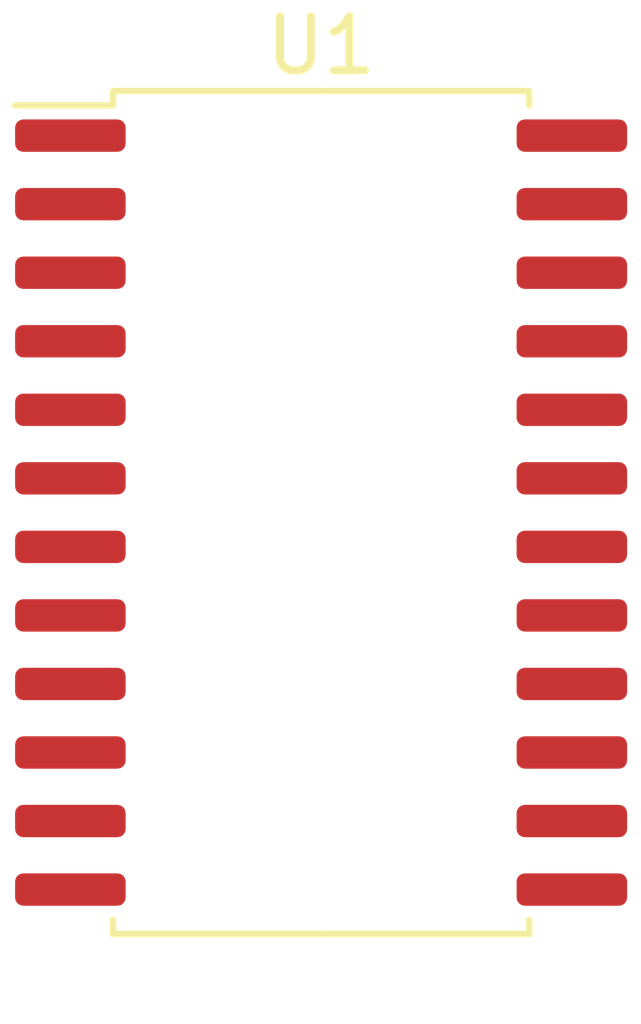
<source format=kicad_pcb>
(kicad_pcb (version 20211014) (generator pcbnew)
  (layers (0 "F.Cu" signal) (31 "B.Cu" signal) (34 "B.Paste" user) (35 "F.Paste" user) (36 "B.SilkS" user "B.Silkscreen") (37 "F.SilkS" user "F.Silkscreen") (38 "B.Mask" user) (39 "F.Mask" user) (44 "Edge.Cuts" user))
  (net 0 "")
  (net 7 "Net-(RV1-Pad2)")
  (net 8 "GND")
  (net 22 "+3.3V")
  (footprint "Package_SO:SOIC-24W_7.5x15.4mm_P1.27mm" (layer "F.Cu") (at 68.58 60.96)
    (fp_text reference "U1" (at 0 -8.65) (layer "F.SilkS"))
    (fp_text value "CD74HC4067M")
    (fp_line (start 3.86 7.81) (end 3.86 7.545) (layer "F.SilkS") (width 0.12))
    (fp_line (start -3.86 -7.545) (end -5.675 -7.545) (layer "F.SilkS") (width 0.12))
    (fp_line (start 0 7.81) (end 3.86 7.81) (layer "F.SilkS") (width 0.12))
    (fp_line (start 0 -7.81) (end -3.86 -7.81) (layer "F.SilkS") (width 0.12))
    (fp_line (start -3.86 -7.81) (end -3.86 -7.545) (layer "F.SilkS") (width 0.12))
    (fp_line (start 0 7.81) (end -3.86 7.81) (layer "F.SilkS") (width 0.12))
    (fp_line (start 0 -7.81) (end 3.86 -7.81) (layer "F.SilkS") (width 0.12))
    (fp_line (start -3.86 7.81) (end -3.86 7.545) (layer "F.SilkS") (width 0.12))
    (fp_line (start 3.86 -7.81) (end 3.86 -7.545) (layer "F.SilkS") (width 0.12))
    (pad "1" smd roundrect (at -4.65 -6.985) (size 2.05 0.6) (layers "F.Cu" "F.Paste" "F.Mask"))
    (pad "2" smd roundrect (at -4.65 -5.715) (size 2.05 0.6) (layers "F.Cu" "F.Paste" "F.Mask"))
    (pad "3" smd roundrect (at -4.65 -4.445) (size 2.05 0.6) (layers "F.Cu" "F.Paste" "F.Mask"))
    (pad "4" smd roundrect (at -4.65 -3.175) (size 2.05 0.6) (layers "F.Cu" "F.Paste" "F.Mask"))
    (pad "5" smd roundrect (at -4.65 -1.905) (size 2.05 0.6) (layers "F.Cu" "F.Paste" "F.Mask"))
    (pad "6" smd roundrect (at -4.65 -0.635) (size 2.05 0.6) (layers "F.Cu" "F.Paste" "F.Mask"))
    (pad "7" smd roundrect (at -4.65 0.635) (size 2.05 0.6) (layers "F.Cu" "F.Paste" "F.Mask") (net 7 "Net-(RV1-Pad2)"))
    (pad "8" smd roundrect (at -4.65 1.905) (size 2.05 0.6) (layers "F.Cu" "F.Paste" "F.Mask") (net 8 "GND"))
    (pad "9" smd roundrect (at -4.65 3.175) (size 2.05 0.6) (layers "F.Cu" "F.Paste" "F.Mask") (net 7 "Net-(RV1-Pad2)"))
    (pad "10" smd roundrect (at -4.65 4.445) (size 2.05 0.6) (layers "F.Cu" "F.Paste" "F.Mask"))
    (pad "11" smd roundrect (at -4.65 5.715) (size 2.05 0.6) (layers "F.Cu" "F.Paste" "F.Mask"))
    (pad "12" smd roundrect (at -4.65 6.985) (size 2.05 0.6) (layers "F.Cu" "F.Paste" "F.Mask") (net 8 "GND"))
    (pad "13" smd roundrect (at 4.65 6.985) (size 2.05 0.6) (layers "F.Cu" "F.Paste" "F.Mask"))
    (pad "14" smd roundrect (at 4.65 5.715) (size 2.05 0.6) (layers "F.Cu" "F.Paste" "F.Mask"))
    (pad "15" smd roundrect (at 4.65 4.445) (size 2.05 0.6) (layers "F.Cu" "F.Paste" "F.Mask"))
    (pad "16" smd roundrect (at 4.65 3.175) (size 2.05 0.6) (layers "F.Cu" "F.Paste" "F.Mask"))
    (pad "17" smd roundrect (at 4.65 1.905) (size 2.05 0.6) (layers "F.Cu" "F.Paste" "F.Mask"))
    (pad "18" smd roundrect (at 4.65 0.635) (size 2.05 0.6) (layers "F.Cu" "F.Paste" "F.Mask"))
    (pad "19" smd roundrect (at 4.65 -0.635) (size 2.05 0.6) (layers "F.Cu" "F.Paste" "F.Mask"))
    (pad "20" smd roundrect (at 4.65 -1.905) (size 2.05 0.6) (layers "F.Cu" "F.Paste" "F.Mask"))
    (pad "21" smd roundrect (at 4.65 -3.175) (size 2.05 0.6) (layers "F.Cu" "F.Paste" "F.Mask"))
    (pad "22" smd roundrect (at 4.65 -4.445) (size 2.05 0.6) (layers "F.Cu" "F.Paste" "F.Mask"))
    (pad "23" smd roundrect (at 4.65 -5.715) (size 2.05 0.6) (layers "F.Cu" "F.Paste" "F.Mask"))
    (pad "24" smd roundrect (at 4.65 -6.985) (size 2.05 0.6) (layers "F.Cu" "F.Paste" "F.Mask") (net 22 "+3.3V"))
  )
)
</source>
